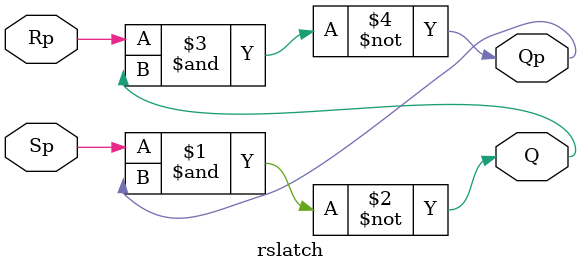
<source format=v>
module rslatch(Rp, Sp, Q, Qp);
    
    input Rp, Sp;
    output Q, Qp; 

    nand #(1) n0 (Q, Sp, Qp);
    nand #(1) n1 (Qp, Rp, Q); 

endmodule

</source>
